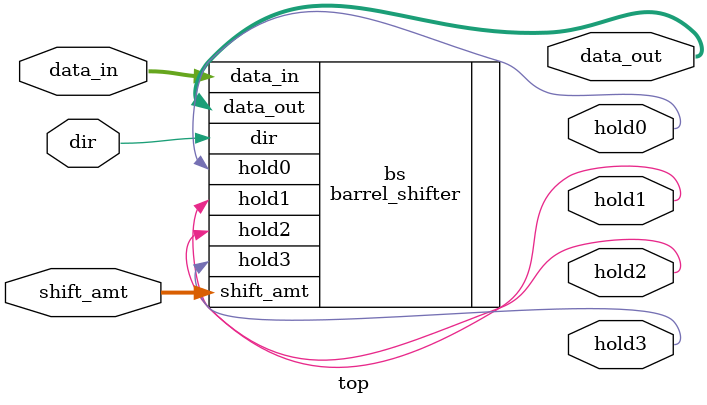
<source format=sv>
`timescale 1ns / 1ps


module top (
    input  logic [3:0] data_in,
    input  logic [1:0] shift_amt,
    input  logic       dir,
    output logic [3:0] data_out,
    output logic       hold0, hold1, hold2, hold3
);

    // Internal wires connected to submodule
    barrel_shifter bs (
        .data_in(data_in),
        .shift_amt(shift_amt),
        .dir(dir),
        .data_out(data_out),
        .hold0(hold0),
        .hold1(hold1),
        .hold2(hold2),
        .hold3(hold3)
    );

endmodule


</source>
